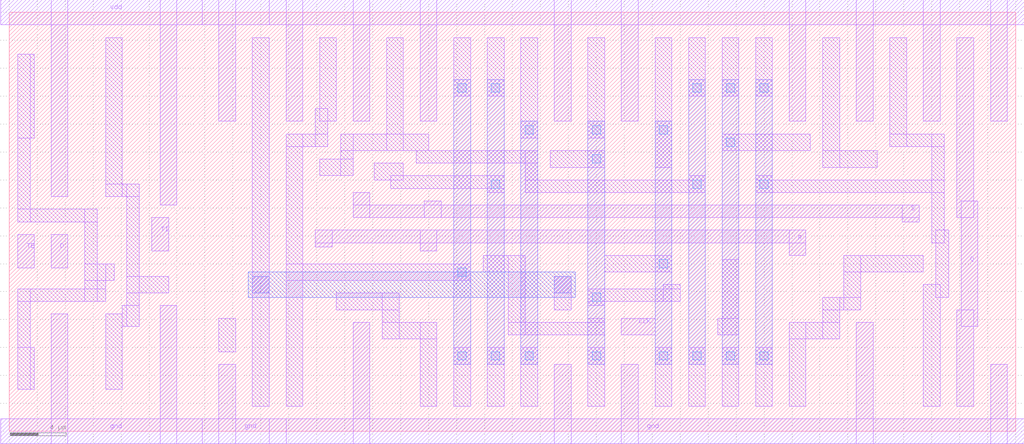
<source format=lef>
VERSION 5.6 ;
BUSBITCHARS "[]" ;
DIVIDERCHAR "/" ;

MACRO DFFSR_SCAN
  ORIGIN 0 0 ;
  FOREIGN DFFSR_SCAN 0 0 ;
  SIZE 72 BY 30 ;
  SYMMETRY X Y  ;
  PIN R
    DIRECTION INPUT ;
    USE SIGNAL ;
    PORT
      LAYER metal1 ;
        RECT 21.9 13.2 23.1 14.4 ;
        RECT 29.4 12.9 30.6 14.4 ;
        RECT 21.9 13.5 57 14.4 ;
        RECT 55.8 12.6 57 14.4 ;
    END
  END R
  PIN vdd
    DIRECTION INOUT ;
    USE POWER ;
    SHAPE ABUTMENT ;
    PORT
      LAYER metal1 ;
        RECT 19.8 22.2 21 30.9 ;
        RECT 24.6 22.2 25.8 30.9 ;
        RECT 29.4 22.2 30.6 30.9 ;
        RECT 39 22.2 40.2 30.9 ;
        RECT 43.8 22.2 45 30.9 ;
        RECT 55.8 22.2 57 30.9 ;
        RECT 60.6 22.2 61.8 30.9 ;
        RECT 65.4 22.2 66.6 30.9 ;
        RECT 70.2 22.2 71.4 30.9 ;
        RECT 18.6 29.1 72.6 30.9 ;
        RECT 15 22.2 16.2 30.9 ;
        RECT 13.8 29.1 19.8 30.9 ;
        RECT 3 16.8 4.2 30.9 ;
        RECT 10.8 16.2 12 30.9 ;
        RECT -0.6 29.1 15 30.9 ;
    END
  END vdd
  PIN TI
    DIRECTION INPUT ;
    USE SIGNAL ;
    PORT
      LAYER metal1 ;
        RECT 10.2 12.9 11.4 15.3 ;
    END
  END TI
  PIN D
    DIRECTION INPUT ;
    USE SIGNAL ;
    PORT
      LAYER metal1 ;
        RECT 3 11.7 4.2 14.1 ;
    END
  END D
  PIN S
    DIRECTION INPUT ;
    USE SIGNAL ;
    PORT
      LAYER metal1 ;
        RECT 24.6 15.3 25.8 17.1 ;
        RECT 29.7 15.3 30.9 16.5 ;
        RECT 24.6 15.3 65.1 16.2 ;
        RECT 63.9 15 65.1 16.2 ;
    END
  END S
  PIN CLK
    DIRECTION INPUT ;
    USE SIGNAL ;
    PORT
      LAYER metal1 ;
        RECT 43.8 6.9 46.2 8.1 ;
    END
  END CLK

  PIN gnd
    DIRECTION INOUT ;
    USE GROUND ;
    SHAPE ABUTMENT ;
    PORT
      LAYER metal1 ;
        RECT 24.6 -0.9 25.8 7.8 ;
        RECT 39 -0.9 40.2 4.8 ;
        RECT 43.8 -0.9 45 4.8 ;
        RECT 60.6 -0.9 61.8 7.8 ;
        RECT 70.2 -0.9 71.4 4.8 ;
        RECT 18.6 -0.9 72.6 0.9 ;
    END
    PORT
      LAYER metal1 ;
        RECT 15 -0.9 16.2 4.8 ;
        RECT 13.8 -0.9 19.8 0.9 ;
    END
    PORT
      LAYER metal1 ;
        RECT 3 -0.9 4.2 8.4 ;
        RECT 10.8 -0.9 12 9 ;
        RECT -0.6 -0.9 15 0.9 ;
    END
  END gnd
  PIN TE
    DIRECTION INPUT ;
    USE SIGNAL ;
    PORT
      LAYER metal1 ;
        RECT 0.6 11.7 1.8 14.1 ;
    END
  END TE
  PIN Q
    DIRECTION OUTPUT ;
    USE SIGNAL ;
    PORT
      LAYER metal1 ;
        RECT 67.8 15.3 69 28.2 ;
        RECT 67.8 1.8 69 8.7 ;
        RECT 68.1 7.5 69.3 16.5 ;
    END
  END Q
  OBS
    LAYER metal1 ;
        RECT 17.4 1.8 18.6 28.2 ;
        RECT 6.9 16.8 8.1 28.2 ;
        RECT 6.9 3 8.1 8.4 ;
        RECT 6.9 16.8 9.3 17.7 ;
        RECT 8.1 7.5 9.3 9 ;
        RECT 8.4 7.5 9.3 17.7 ;
        RECT 8.4 9.9 11.4 11.1 ;
        RECT 15 5.7 16.2 8.1 ;
        RECT 39 8.7 40.2 11.1 ;
      RECT 21.9 20.4 22.8 23.1 ;
      RECT 19.8 20.4 22.8 21.3 ;
      RECT 19.8 1.8 21 21.3 ;
      RECT 23.7 18.3 24.6 21.3 ;
      RECT 22.2 18.3 24.6 19.5 ;
      RECT 22.2 22.2 23.4 28.2 ;
      RECT 26.7 6.6 27.9 9.9 ;
      RECT 23.4 8.7 27.9 9.9 ;
      RECT 26.1 18 28.2 19.2 ;
      RECT 27 20.1 28.2 28.2 ;
      RECT 23.7 20.1 30 21.3 ;
      RECT 26.7 6.6 30.6 7.8 ;
      RECT 29.4 1.8 30.6 7.8 ;
      RECT 19.8 10.8 33 12 ;
      RECT 31.8 1.8 33 6 ;
      RECT 27.3 17.4 35.4 18.3 ;
      RECT 31.8 24 33 28.2 ;
      RECT 34.2 1.8 35.4 6 ;
      RECT 34.2 24 35.4 28.2 ;
      RECT 34.2 17.1 35.4 18.3 ;
      RECT 33.9 11.4 36.9 12.6 ;
      RECT 35.7 6.9 36.9 12.6 ;
      RECT 29.1 19.2 37.8 20.1 ;
      RECT 36.6 21 37.8 28.2 ;
      RECT 36.6 1.8 37.8 6 ;
      RECT 36.9 17.1 37.8 20.1 ;
      RECT 35.7 6.9 42.6 7.8 ;
      RECT 38.7 18.9 42.6 20.1 ;
      RECT 41.4 21 42.6 28.2 ;
      RECT 41.4 1.8 42.6 6 ;
      RECT 41.4 9 42.6 10.2 ;
      RECT 42.6 11.4 47.4 12.6 ;
      RECT 41.4 6.9 42.6 8.1 ;
      RECT 46.2 18.9 47.4 28.2 ;
      RECT 46.2 1.8 47.4 6 ;
      RECT 41.4 9.3 48 10.2 ;
      RECT 46.8 9.3 48 10.5 ;
      RECT 48.6 1.8 49.8 6 ;
      RECT 36.9 17.1 49.8 18 ;
      RECT 48.6 24 49.8 28.2 ;
      RECT 50.7 6.9 52.2 8.1 ;
      RECT 48.6 17.1 49.8 18.3 ;
      RECT 51 6.9 52.2 12.3 ;
      RECT 51 1.8 52.2 6 ;
      RECT 5.4 10.8 7.5 12 ;
      RECT 5.4 9.3 6.9 12 ;
      RECT 0.6 9.3 6.9 10.2 ;
      RECT 5.4 9.3 6.3 15.9 ;
      RECT 0.6 15 6.3 15.9 ;
      RECT 0.6 3 1.8 6 ;
      RECT 0.6 21 1.8 27 ;
      RECT 0.6 3 1.5 10.2 ;
      RECT 0.6 15 1.5 27 ;
      RECT 51 24 52.2 28.2 ;
      RECT 53.4 1.8 54.6 6 ;
      RECT 53.4 24 54.6 28.2 ;
      RECT 53.4 17.1 54.6 18.3 ;
      RECT 55.8 1.8 57 7.8 ;
      RECT 51 20.1 57.3 21.3 ;
      RECT 55.8 6.6 59.4 7.8 ;
      RECT 58.2 18.9 59.4 28.2 ;
      RECT 58.2 6.6 59.4 9.6 ;
      RECT 58.2 8.7 60.9 9.6 ;
      RECT 59.7 8.7 60.9 12.6 ;
      RECT 58.2 18.9 62.1 20.1 ;
      RECT 63 20.4 64.2 28.2 ;
      RECT 59.7 11.4 65.4 12.6 ;
      RECT 65.4 1.8 66.6 10.5 ;
      RECT 53.4 17.1 66.9 18 ;
      RECT 63 20.4 66.9 21.3 ;
      RECT 66 13.5 66.9 21.3 ;
      RECT 66.3 9.6 67.2 14.4 ;
    LAYER metal2 ;
      RECT 17.4 9.9 18.6 11.1 ;
      RECT 31.8 4.8 33 25.2 ;
      RECT 34.2 4.8 35.4 25.2 ;
      RECT 36.6 4.8 37.8 22.2 ;
      RECT 39 9.9 40.2 11.1 ;
      RECT 41.4 4.8 42.6 22.2 ;
      RECT 46.2 4.8 47.4 22.2 ;
      RECT 48.6 4.8 49.8 25.2 ;
      RECT 51 4.8 52.2 25.2 ;
      RECT 53.4 4.8 54.6 25.2 ;
    LAYER via ;
      RECT 32.1 5.1 32.7 5.7 ;
      RECT 32.1 11.1 32.7 11.7 ;
      RECT 32.1 24.3 32.7 24.9 ;
      RECT 34.5 5.1 35.1 5.7 ;
      RECT 34.5 17.4 35.1 18 ;
      RECT 34.5 24.3 35.1 24.9 ;
      RECT 36.9 5.1 37.5 5.7 ;
      RECT 36.9 21.3 37.5 21.9 ;
      RECT 41.7 5.1 42.3 5.7 ;
      RECT 41.7 9.3 42.3 9.9 ;
      RECT 41.7 19.2 42.3 19.8 ;
      RECT 41.7 21.3 42.3 21.9 ;
      RECT 46.5 5.1 47.1 5.7 ;
      RECT 46.5 11.7 47.1 12.3 ;
      RECT 46.5 21.3 47.1 21.9 ;
      RECT 48.9 5.1 49.5 5.7 ;
      RECT 48.9 17.4 49.5 18 ;
      RECT 48.9 24.3 49.5 24.9 ;
      RECT 51.3 5.1 51.9 5.7 ;
      RECT 51.3 20.4 51.9 21 ;
      RECT 51.3 24.3 51.9 24.9 ;
      RECT 53.7 5.1 54.3 5.7 ;
      RECT 53.7 17.4 54.3 18 ;
      RECT 53.7 24.3 54.3 24.9 ;
    LAYER metal3 ;
      RECT 17.1 9.6 40.5 11.4 ;
  END
END DFFSR_SCAN

MACRO DFFNEGX1_SCAN
  ORIGIN 0 0 ;
  FOREIGN DFFNEGX1_SCAN 0 0 ;
  SIZE 48 BY 30 ;
  SYMMETRY X Y  ;
  PIN CLK
    DIRECTION INPUT ;
    USE SIGNAL ;
    PORT
      LAYER metal1 ;
        RECT 21 9.9 23.4 11.1 ;
        RECT 25.2 8.1 26.4 11.1 ;
        RECT 25.5 6.9 26.7 8.1 ;
        RECT 27 18.9 28.2 20.1 ;
        RECT 27 10.2 28.2 11.4 ;
        RECT 27.3 20.1 28.5 21.3 ;
        RECT 21 10.2 38.4 11.1 ;
        RECT 37.2 9.9 38.4 11.1 ;
      LAYER metal2 ;
        RECT 27 10.2 28.2 20.1 ;
      LAYER via ;
        RECT 27.3 19.2 27.9 19.8 ;
        RECT 27.3 10.5 27.9 11.1 ;
    END
  END CLK
  PIN vdd
    DIRECTION INOUT ;
    USE POWER ;
    SHAPE ABUTMENT ;
    PORT
      LAYER metal1 ;
        RECT 22.2 16.5 23.4 30.9 ;
        RECT 30.6 22.2 31.8 30.9 ;
        RECT 35.4 22.2 36.6 30.9 ;
        RECT 43.8 16.2 45 30.9 ;
        RECT 18.6 29.1 48.6 30.9 ;
        RECT 15 22.2 16.2 30.9 ;
        RECT 13.8 29.1 19.8 30.9 ;
        RECT 3 16.8 4.2 30.9 ;
        RECT 10.8 16.2 12 30.9 ;
        RECT -0.6 29.1 15 30.9 ;
    END
  END vdd
  PIN TI
    DIRECTION INPUT ;
    USE SIGNAL ;
    PORT
      LAYER metal1 ;
        RECT 10.2 12.9 11.4 15.3 ;
    END
  END TI
  PIN D
    DIRECTION INPUT ;
    USE SIGNAL ;
    PORT
      LAYER metal1 ;
        RECT 3 11.7 4.2 14.1 ;
    END
  END D
  PIN Q
    DIRECTION OUTPUT ;
    USE SIGNAL ;
    PORT
      LAYER metal1 ;
        RECT 41.1 14.1 42.3 15.3 ;
        RECT 41.7 8.1 42.9 9.3 ;
        RECT 41.1 14.4 47.4 15.3 ;
        RECT 41.7 8.4 47.4 9.3 ;
        RECT 46.2 1.8 47.4 28.2 ;
    END
  END Q
  PIN gnd
    DIRECTION INOUT ;
    USE GROUND ;
    SHAPE ABUTMENT ;
    PORT
      LAYER metal1 ;
        RECT 22.2 -0.9 23.4 7.8 ;
        RECT 30.3 -0.9 31.8 4.8 ;
        RECT 35.4 -0.9 36.6 4.8 ;
        RECT 43.8 -0.9 45 7.5 ;
        RECT 18.6 -0.9 48.6 0.9 ;
        RECT 15 -0.9 16.2 4.8 ;
        RECT 13.8 -0.9 19.8 0.9 ;
        RECT 3 -0.9 4.2 8.4 ;
        RECT 10.8 -0.9 12 9 ;
        RECT -0.6 -0.9 15 0.9 ;
    END
  END gnd
  PIN TE
    DIRECTION INPUT ;
    USE SIGNAL ;
    PORT
      LAYER metal1 ;
        RECT 0.6 11.7 1.8 14.1 ;
    END
  END TE
  OBS
    LAYER metal1 ;
        RECT 17.4 1.8 18.6 28.2 ;
        RECT 6.9 16.8 8.1 28.2 ;
        RECT 6.9 3 8.1 8.4 ;
        RECT 6.9 16.8 9.3 17.7 ;
        RECT 8.1 7.5 9.3 9 ;
        RECT 8.4 7.5 9.3 17.7 ;
        RECT 8.4 9.9 11.4 11.1 ;
        RECT 15 5.7 16.2 8.1 ;
      RECT 23.4 12.6 24.6 13.8 ;
        RECT 23.4 12.9 30.6 13.8 ;
        RECT 29.4 12.9 30.6 14.1 ;
        RECT 24.6 3.9 25.8 6 ;
      RECT 19.8 1.8 21 9 ;
      RECT 19.8 14.7 21 28.2 ;
      RECT 19.8 14.7 26.7 15.6 ;
      RECT 24.6 17.1 25.8 18.3 ;
      RECT 24.6 21 25.8 23.1 ;
      RECT 24.6 22.2 27.6 23.1 ;
      RECT 24.6 3.9 27.6 4.8 ;
      RECT 26.4 22.2 27.6 28.2 ;
      RECT 26.4 1.8 27.6 4.8 ;
      RECT 29.7 20.1 30.9 21.3 ;
      RECT 29.7 5.7 30.9 6.9 ;
      RECT 24.6 17.1 32.7 18 ;
      RECT 31.5 17.1 32.7 18.3 ;
      RECT 29.7 5.7 33.9 6.6 ;
      RECT 33 1.8 33.9 6.6 ;
      RECT 33 20.4 33.9 28.2 ;
      RECT 33 22.2 34.2 28.2 ;
      RECT 33 1.8 34.2 4.8 ;
      RECT 29.7 20.4 35.1 21.3 ;
      RECT 33.9 20.1 35.1 21.3 ;
      RECT 25.5 15.3 36.3 16.2 ;
      RECT 35.4 15.3 36.3 18.3 ;
      RECT 35.4 17.1 36.9 18.3 ;
      RECT 39 3.9 40.2 6 ;
      RECT 39 12 40.2 13.2 ;
      RECT 39 21 40.2 22.2 ;
      RECT 35.4 17.1 41.1 18 ;
      RECT 39.3 22.2 41.1 28.2 ;
      RECT 39.3 1.8 41.1 4.8 ;
      RECT 39.9 17.1 41.1 18.3 ;
      RECT 43.5 12.3 44.7 13.5 ;
      RECT 39 12.3 44.7 13.2 ;
    LAYER metal2 ;
      RECT 19.8 7.8 21 16.2 ;
      RECT 24.6 4.8 25.5 22.2 ;
      RECT 24.6 4.8 25.8 15 ;
      RECT 24.6 16.2 25.8 22.2 ;
      RECT 39 4.8 40.2 17.1 ;
      RECT 39 4.8 39.9 22.2 ;
      RECT 39 18.3 40.2 22.2 ;
    LAYER via ;
      RECT 20.1 15.3 20.7 15.9 ;
      RECT 20.1 8.1 20.7 8.7 ;
      RECT 24.9 5.1 25.5 5.7 ;
      RECT 24.9 17.4 25.5 18 ;
    LAYER metal1 ;
      RECT 5.4 10.8 7.5 12 ;
      RECT 5.4 9.3 6.9 12 ;
      RECT 0.6 9.3 6.9 10.2 ;
      RECT 5.4 9.3 6.3 15.9 ;
      RECT 0.6 15 6.3 15.9 ;
      RECT 0.6 3 1.8 6 ;
      RECT 0.6 21 1.8 27 ;
      RECT 0.6 3 1.5 10.2 ;
      RECT 0.6 15 1.5 27 ;
    LAYER via ;
      RECT 24.9 21.3 25.5 21.9 ;
      RECT 39.3 5.1 39.9 5.7 ;
      RECT 39.3 12.3 39.9 12.9 ;
      RECT 39.3 21.3 39.9 21.9 ;
  END
END DFFNEGX1_SCAN

MACRO DFFPOSX1_SCAN
  ORIGIN 0 0 ;
  FOREIGN DFFPOSX1_SCAN 0 0 ;
  SIZE 48 BY 30 ;
# Added symmetry to improve P&R
  SYMMETRY X Y  ;
  PIN Q
    DIRECTION OUTPUT ;
    USE SIGNAL ;
    PORT
      LAYER metal1 ;
        RECT 41.1 14.1 42.3 15.3 ;
        RECT 41.7 8.1 42.9 9.3 ;
        RECT 41.1 14.4 47.4 15.3 ;
        RECT 41.7 8.4 47.4 9.3 ;
        RECT 46.2 1.8 47.4 28.2 ;
    END
  END Q
  PIN vdd
    DIRECTION INOUT ;
    USE POWER ;
    SHAPE ABUTMENT ;
    PORT
      LAYER metal1 ;
        RECT 22.2 16.5 23.4 30.9 ;
        RECT 30.6 22.2 31.8 30.9 ;
        RECT 35.4 22.2 36.6 30.9 ;
        RECT 43.8 16.2 45 30.9 ;
        RECT 18.6 29.1 48.6 30.9 ;
        RECT 15 22.2 16.2 30.9 ;
        RECT 13.8 29.1 19.8 30.9 ;
        RECT 3 16.8 4.2 30.9 ;
        RECT 10.8 16.2 12 30.9 ;
        RECT -0.6 29.1 15 30.9 ;
    END
  END vdd
  PIN TI
    DIRECTION INPUT ;
    USE SIGNAL ;
    PORT
      LAYER metal1 ;
        RECT 10.2 12.9 11.4 15.3 ;
    END
  END TI
  PIN D
    DIRECTION INPUT ;
    USE SIGNAL ;
    PORT
      LAYER metal1 ;
        RECT 3 11.7 4.2 14.1 ;
    END
  END D
  PIN CLK
    DIRECTION INPUT ;
    USE SIGNAL ;
    PORT
      LAYER metal1 ;
        RECT 21 9.9 23.4 11.1 ;
        RECT 25.5 10.2 26.7 11.4 ;
        RECT 27 5.7 28.2 6.9 ;
        RECT 27.3 5.7 28.2 11.1 ;
        RECT 35.7 9.9 36.9 11.1 ;
        RECT 21 10.2 37.5 11.1 ;
        RECT 36.6 10.2 37.5 16.8 ;
        RECT 36.6 15.9 40.2 16.8 ;
        RECT 39.3 15.9 40.2 19.5 ;
        RECT 39.3 18.3 41.4 19.5 ;
    END
  END CLK
  PIN gnd
    DIRECTION INOUT ;
    USE GROUND ;
    SHAPE ABUTMENT ;
    PORT
      LAYER metal1 ;
        RECT 22.2 -0.9 23.4 7.8 ;
        RECT 30.3 -0.9 31.8 4.8 ;
        RECT 35.4 -0.9 36.6 4.8 ;
        RECT 43.8 -0.9 45 7.5 ;
        RECT 18.6 -0.9 48.6 0.9 ;
        RECT 15 -0.9 16.2 4.8 ;
        RECT 13.8 -0.9 19.8 0.9 ;
        RECT 3 -0.9 4.2 8.4 ;
        RECT 10.8 -0.9 12 9 ;
        RECT -0.6 -0.9 15 0.9 ;
    END
  END gnd
  PIN TE
    DIRECTION INPUT ;
    USE SIGNAL ;
    PORT
      LAYER metal1 ;
        RECT 0.6 11.7 1.8 14.1 ;
    END
  END TE
  OBS
    LAYER via ;
      RECT 39.3 21.3 39.9 21.9 ;
      RECT 39.3 12.3 39.9 12.9 ;
      RECT 39.3 5.1 39.9 5.7 ;
      RECT 24.9 21.3 25.5 21.9 ;
      RECT 24.9 17.4 25.5 18 ;
      RECT 24.9 5.1 25.5 5.7 ;
      RECT 20.1 15.3 20.7 15.9 ;
      RECT 20.1 8.1 20.7 8.7 ;
    LAYER metal2 ;
      RECT 39 4.8 40.2 22.2 ;
      RECT 24.6 4.8 25.8 22.2 ;
      RECT 19.8 7.8 21 16.2 ;
    LAYER metal1 ;
        RECT 23.1 12.6 24.3 13.8 ;
        RECT 23.1 12.9 30.6 13.8 ;
        RECT 29.4 12.9 30.6 14.1 ;
        RECT 17.4 1.8 18.6 28.2 ;
        RECT 6.9 16.8 8.1 28.2 ;
        RECT 6.9 3 8.1 8.4 ;
        RECT 6.9 16.8 9.3 17.7 ;
        RECT 8.1 7.5 9.3 9 ;
        RECT 8.4 7.5 9.3 17.7 ;
        RECT 8.4 9.9 11.4 11.1 ;
        RECT 15 5.7 16.2 8.1 ;

      RECT 43.5 12.3 44.7 13.5 ;
      RECT 39 12.3 44.7 13.2 ;
      RECT 39.3 1.8 41.1 4.8 ;
      RECT 39.3 22.2 41.1 28.2 ;
      RECT 39 21 40.2 22.2 ;
      RECT 39 12 40.2 13.2 ;
      RECT 39 3.9 40.2 6 ;
      RECT 35.7 17.7 36.9 18.9 ;
      RECT 33.6 18 36.9 18.9 ;
      RECT 33.9 20.1 35.1 21.3 ;
      RECT 29.7 20.4 35.1 21.3 ;
      RECT 33.6 15.3 34.5 18.9 ;
      RECT 27.3 15.3 34.5 16.2 ;
      RECT 33 1.8 34.2 4.8 ;
      RECT 33 22.2 34.2 28.2 ;
      RECT 33 1.8 33.9 6.6 ;
      RECT 33 20.4 33.9 28.2 ;
      RECT 29.7 5.7 33.9 6.6 ;
      RECT 31.5 17.1 32.7 18.3 ;
      RECT 24.6 17.1 32.7 18 ;
      RECT 29.7 5.7 30.9 6.9 ;
      RECT 29.7 20.1 30.9 21.3 ;
      RECT 19.8 15 28.5 15.6 ;
      RECT 19.8 14.7 28.2 15.6 ;
      RECT 26.4 1.8 27.6 4.8 ;
      RECT 26.4 22.2 27.6 28.2 ;
      RECT 24.6 22.2 27.6 23.1 ;
      RECT 24.6 3.9 27.6 4.8 ;
      RECT 24.6 17.1 25.8 18.3 ;
      RECT 24.6 21 25.8 23.1 ;
      RECT 24.6 3.9 25.8 6 ;
      RECT 19.8 1.8 21 9 ;
      RECT 19.8 14.7 21 28.2 ;
      RECT 5.4 10.8 7.5 12 ;
      RECT 5.4 9.3 6.9 12 ;
      RECT 0.6 9.3 6.9 10.2 ;
      RECT 5.4 9.3 6.3 15.9 ;
      RECT 0.6 15 6.3 15.9 ;
      RECT 0.6 3 1.8 6 ;
      RECT 0.6 21 1.8 27 ;
      RECT 0.6 3 1.5 10.2 ;
      RECT 0.6 15 1.5 27 ;
  END
END DFFPOSX1_SCAN

END LIBRARY

</source>
